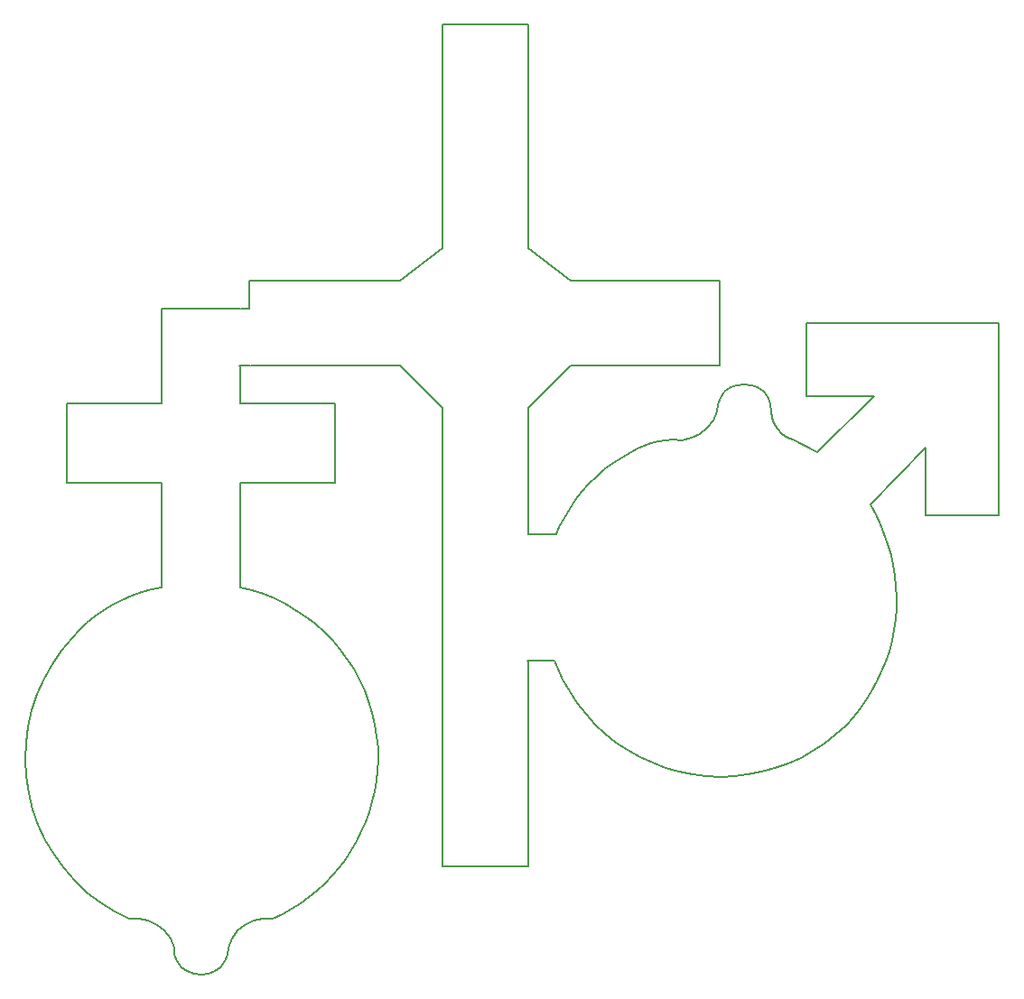
<source format=gko>
G04 DipTrace 2.4.0.2*
%INfemalemalecross.gko*%
%MOMM*%
%ADD11C,0.14*%
%FSLAX53Y53*%
G04*
G71*
G90*
G75*
G01*
%LNBoardOutline*%
%LPD*%
X60825Y49039D2*
D11*
X61077Y48431D1*
X61618Y47244D1*
X62250Y46104D1*
X62969Y45017D1*
X63772Y43988D1*
X64653Y43028D1*
X65606Y42139D1*
X66627Y41326D1*
X67706Y40597D1*
X68842Y39955D1*
X70023Y39403D1*
X71245Y38946D1*
X72497Y38588D1*
X73774Y38326D1*
X75070Y38166D1*
X76370Y38111D1*
X77673Y38154D1*
X78969Y38301D1*
X80249Y38550D1*
X81506Y38895D1*
X82733Y39340D1*
X83919Y39881D1*
X85060Y40511D1*
X86147Y41230D1*
X87175Y42032D1*
X88138Y42911D1*
X88821Y43666D1*
X89459Y44458D1*
X90048Y45289D1*
X90587Y46155D1*
X91072Y47049D1*
X91504Y47971D1*
X91880Y48916D1*
X92197Y49883D1*
X92459Y50866D1*
X92659Y51865D1*
X92802Y52873D1*
X92883Y53886D1*
X92906Y54905D1*
X92865Y55921D1*
X92763Y56934D1*
X92603Y57940D1*
X92385Y58933D1*
X92106Y59914D1*
X91768Y60874D1*
X91374Y61814D1*
X90927Y62726D1*
X90424Y63612D1*
X95631Y68972D1*
Y62596D1*
X102489D1*
Y80630D1*
X84455D1*
Y73772D1*
X90831D1*
X85471Y68565D1*
X83185Y69708D1*
X82642Y69947D1*
X82159Y70292D1*
X81755Y70724D1*
X81443Y71230D1*
X81242Y71788D1*
X81153Y72375D1*
X81100Y73048D1*
X80861Y73678D1*
X80455Y74217D1*
X79916Y74623D1*
X79286Y74862D1*
X78613Y74915D1*
X77940Y74862D1*
X77310Y74623D1*
X76769Y74217D1*
X76365Y73678D1*
X76126Y73048D1*
X76073Y72375D1*
X75707Y71555D1*
X75161Y70841D1*
X74465Y70275D1*
X73658Y69883D1*
X72779Y69690D1*
X71882Y69708D1*
X71201Y69670D1*
X70526Y69568D1*
X69863Y69403D1*
X69220Y69177D1*
X68600Y68890D1*
X68011Y68545D1*
X67148Y68060D1*
X66317Y67519D1*
X65525Y66924D1*
X64770Y66279D1*
X64061Y65586D1*
X63399Y64849D1*
X62784Y64069D1*
X62225Y63254D1*
X61717Y62401D1*
X61267Y61517D1*
X60965Y60859D1*
X58352Y60844D2*
Y72672D1*
X62352Y76673D1*
X76353D1*
Y84674D1*
X62352D1*
X58352Y87674D1*
Y108672D1*
X50353D1*
Y87674D1*
X46353Y84674D1*
X46352D2*
X32248D1*
X32237Y82054D2*
Y84687D1*
X31374Y65657D2*
X40264D1*
Y73150D1*
X31374D1*
X31402Y55914D2*
Y65687D1*
X31374Y82040D2*
X24008D1*
Y73150D1*
X15118D1*
Y65657D1*
X24008D1*
Y55878D1*
X23043Y55688D1*
X22096Y55429D1*
X21166Y55104D1*
X20264Y54713D1*
X19391Y54258D1*
X18552Y53742D1*
X17752Y53168D1*
X16998Y52538D1*
X16287Y51858D1*
X15629Y51126D1*
X14615Y49927D1*
X13721Y48639D1*
X12952Y47270D1*
X12317Y45835D1*
X11819Y44347D1*
X11466Y42818D1*
X11257Y41263D1*
X11199Y39694D1*
X11288Y38126D1*
X11527Y36577D1*
X11910Y35056D1*
X12436Y33575D1*
X13101Y32155D1*
X13896Y30801D1*
X14816Y29528D1*
X15852Y28350D1*
X16995Y27275D1*
X18237Y26315D1*
X19561Y25475D1*
X20960Y24763D1*
X21864Y24799D1*
X22748Y24616D1*
X23564Y24227D1*
X24262Y23653D1*
X24803Y22930D1*
X25151Y22096D1*
X25205Y21423D1*
X25443Y20793D1*
X25850Y20255D1*
X26388Y19849D1*
X27021Y19610D1*
X27691Y19556D1*
X28364Y19610D1*
X28997Y19849D1*
X29535Y20255D1*
X29939Y20793D1*
X30178Y21423D1*
X30231Y22096D1*
X30582Y22930D1*
X31123Y23653D1*
X31819Y24227D1*
X32637Y24616D1*
X33521Y24799D1*
X34422Y24763D1*
X35314Y25200D1*
X36180Y25688D1*
X37013Y26226D1*
X37816Y26813D1*
X38580Y27446D1*
X39307Y28124D1*
X39992Y28843D1*
X40635Y29600D1*
X41229Y30392D1*
X41778Y31220D1*
X42278Y32079D1*
X42725Y32965D1*
X43119Y33877D1*
X43460Y34809D1*
X43744Y35762D1*
X43973Y36727D1*
X44143Y37705D1*
X44255Y38693D1*
X44310Y39683D1*
X44280Y40804D1*
X44176Y41921D1*
X43995Y43026D1*
X43739Y44118D1*
X43409Y45190D1*
X43007Y46237D1*
X42532Y47253D1*
X41994Y48236D1*
X41387Y49178D1*
X40716Y50077D1*
X39987Y50928D1*
X39203Y51728D1*
X38364Y52472D1*
X37478Y53158D1*
X36546Y53783D1*
X35573Y54342D1*
X34567Y54832D1*
X33528Y55254D1*
X32461Y55602D1*
X31374Y55878D1*
X31325Y73163D2*
Y76677D1*
X31307Y76671D2*
X32323D1*
X32352Y76673D2*
X46353D1*
X50353Y72672D1*
Y29673D1*
X58352D1*
X58360Y49024D1*
X58326Y49023D2*
X60808Y49027D1*
X32226Y82043D2*
X31427D1*
X60950Y60844D2*
X58345Y60845D1*
M02*

</source>
